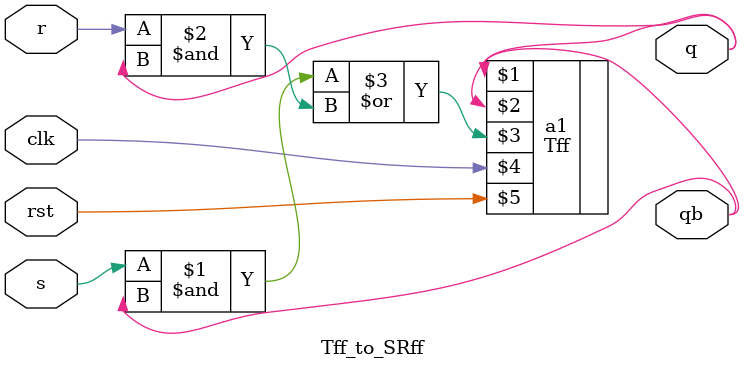
<source format=v>
`timescale 1ns / 1ps
module Tff_to_SRff(q,qb,s,r,clk,rst);
input s,r;
input clk,rst;
output wire q,qb;
Tff a1(q,qb,((s&qb)|(r&q)),clk,rst);
endmodule
</source>
